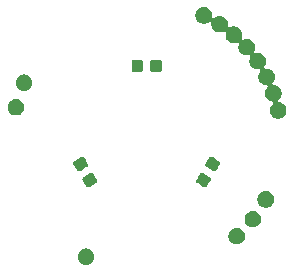
<source format=gbr>
G04 #@! TF.GenerationSoftware,KiCad,Pcbnew,5.0.2-bee76a0~70~ubuntu18.04.1*
G04 #@! TF.CreationDate,2019-07-03T17:26:22+02:00*
G04 #@! TF.ProjectId,lower_Sensor,6c6f7765-725f-4536-956e-736f722e6b69,rev?*
G04 #@! TF.SameCoordinates,Original*
G04 #@! TF.FileFunction,Soldermask,Top*
G04 #@! TF.FilePolarity,Negative*
%FSLAX46Y46*%
G04 Gerber Fmt 4.6, Leading zero omitted, Abs format (unit mm)*
G04 Created by KiCad (PCBNEW 5.0.2-bee76a0~70~ubuntu18.04.1) date Mi 03 Jul 2019 17:26:22 CEST*
%MOMM*%
%LPD*%
G01*
G04 APERTURE LIST*
%ADD10C,0.100000*%
G04 APERTURE END LIST*
D10*
G36*
X105068372Y-89485778D02*
X105195949Y-89538622D01*
X105310765Y-89615340D01*
X105408400Y-89712975D01*
X105485118Y-89827791D01*
X105537962Y-89955368D01*
X105564900Y-90090796D01*
X105564900Y-90228884D01*
X105537962Y-90364312D01*
X105485118Y-90491889D01*
X105408400Y-90606705D01*
X105310765Y-90704340D01*
X105195949Y-90781058D01*
X105068372Y-90833902D01*
X104932944Y-90860840D01*
X104794856Y-90860840D01*
X104659428Y-90833902D01*
X104531851Y-90781058D01*
X104417035Y-90704340D01*
X104319400Y-90606705D01*
X104242682Y-90491889D01*
X104189838Y-90364312D01*
X104162900Y-90228884D01*
X104162900Y-90090796D01*
X104189838Y-89955368D01*
X104242682Y-89827791D01*
X104319400Y-89712975D01*
X104417035Y-89615340D01*
X104531851Y-89538622D01*
X104659428Y-89485778D01*
X104794856Y-89458840D01*
X104932944Y-89458840D01*
X105068372Y-89485778D01*
X105068372Y-89485778D01*
G37*
G36*
X117831872Y-87745878D02*
X117959449Y-87798722D01*
X118074265Y-87875440D01*
X118171900Y-87973075D01*
X118248618Y-88087891D01*
X118301462Y-88215468D01*
X118328400Y-88350896D01*
X118328400Y-88488984D01*
X118301462Y-88624412D01*
X118248618Y-88751989D01*
X118171900Y-88866805D01*
X118074265Y-88964440D01*
X117959449Y-89041158D01*
X117831872Y-89094002D01*
X117696444Y-89120940D01*
X117558356Y-89120940D01*
X117422928Y-89094002D01*
X117295351Y-89041158D01*
X117180535Y-88964440D01*
X117082900Y-88866805D01*
X117006182Y-88751989D01*
X116953338Y-88624412D01*
X116926400Y-88488984D01*
X116926400Y-88350896D01*
X116953338Y-88215468D01*
X117006182Y-88087891D01*
X117082900Y-87973075D01*
X117180535Y-87875440D01*
X117295351Y-87798722D01*
X117422928Y-87745878D01*
X117558356Y-87718940D01*
X117696444Y-87718940D01*
X117831872Y-87745878D01*
X117831872Y-87745878D01*
G37*
G36*
X119193312Y-86310778D02*
X119320889Y-86363622D01*
X119435705Y-86440340D01*
X119533340Y-86537975D01*
X119610058Y-86652791D01*
X119662902Y-86780368D01*
X119689840Y-86915796D01*
X119689840Y-87053884D01*
X119662902Y-87189312D01*
X119610058Y-87316889D01*
X119533340Y-87431705D01*
X119435705Y-87529340D01*
X119320889Y-87606058D01*
X119193312Y-87658902D01*
X119057884Y-87685840D01*
X118919796Y-87685840D01*
X118784368Y-87658902D01*
X118656791Y-87606058D01*
X118541975Y-87529340D01*
X118444340Y-87431705D01*
X118367622Y-87316889D01*
X118314778Y-87189312D01*
X118287840Y-87053884D01*
X118287840Y-86915796D01*
X118314778Y-86780368D01*
X118367622Y-86652791D01*
X118444340Y-86537975D01*
X118541975Y-86440340D01*
X118656791Y-86363622D01*
X118784368Y-86310778D01*
X118919796Y-86283840D01*
X119057884Y-86283840D01*
X119193312Y-86310778D01*
X119193312Y-86310778D01*
G37*
G36*
X120282972Y-84629298D02*
X120410549Y-84682142D01*
X120525365Y-84758860D01*
X120623000Y-84856495D01*
X120699718Y-84971311D01*
X120752562Y-85098888D01*
X120779500Y-85234316D01*
X120779500Y-85372404D01*
X120752562Y-85507832D01*
X120699718Y-85635409D01*
X120623000Y-85750225D01*
X120525365Y-85847860D01*
X120410549Y-85924578D01*
X120282972Y-85977422D01*
X120147544Y-86004360D01*
X120009456Y-86004360D01*
X119874028Y-85977422D01*
X119746451Y-85924578D01*
X119631635Y-85847860D01*
X119534000Y-85750225D01*
X119457282Y-85635409D01*
X119404438Y-85507832D01*
X119377500Y-85372404D01*
X119377500Y-85234316D01*
X119404438Y-85098888D01*
X119457282Y-84971311D01*
X119534000Y-84856495D01*
X119631635Y-84758860D01*
X119746451Y-84682142D01*
X119874028Y-84629298D01*
X120009456Y-84602360D01*
X120147544Y-84602360D01*
X120282972Y-84629298D01*
X120282972Y-84629298D01*
G37*
G36*
X105389240Y-83069245D02*
X105422466Y-83081750D01*
X105452628Y-83100507D01*
X105478545Y-83124781D01*
X105502822Y-83158659D01*
X105530997Y-83207460D01*
X105531003Y-83207468D01*
X105775253Y-83630522D01*
X105775256Y-83630529D01*
X105803432Y-83679331D01*
X105820633Y-83717293D01*
X105828698Y-83751881D01*
X105829859Y-83787367D01*
X105824074Y-83822411D01*
X105811569Y-83855637D01*
X105792812Y-83885799D01*
X105768538Y-83911716D01*
X105734660Y-83935993D01*
X105685859Y-83964168D01*
X105685851Y-83964174D01*
X105197845Y-84245924D01*
X105197838Y-84245927D01*
X105149036Y-84274103D01*
X105111074Y-84291304D01*
X105076486Y-84299369D01*
X105041000Y-84300530D01*
X105005956Y-84294745D01*
X104972730Y-84282240D01*
X104942568Y-84263483D01*
X104916651Y-84239209D01*
X104892374Y-84205331D01*
X104864199Y-84156530D01*
X104864193Y-84156522D01*
X104619943Y-83733468D01*
X104619940Y-83733461D01*
X104591764Y-83684659D01*
X104574563Y-83646697D01*
X104566498Y-83612109D01*
X104565337Y-83576623D01*
X104571122Y-83541579D01*
X104583627Y-83508353D01*
X104602384Y-83478191D01*
X104626658Y-83452274D01*
X104660536Y-83427997D01*
X104709337Y-83399822D01*
X104709345Y-83399816D01*
X105197351Y-83118066D01*
X105197358Y-83118063D01*
X105246160Y-83089887D01*
X105284122Y-83072686D01*
X105318710Y-83064621D01*
X105354196Y-83063460D01*
X105389240Y-83069245D01*
X105389240Y-83069245D01*
G37*
G36*
X114681290Y-83064621D02*
X114715878Y-83072686D01*
X114753840Y-83089887D01*
X114802642Y-83118063D01*
X114802649Y-83118066D01*
X115290655Y-83399816D01*
X115290663Y-83399822D01*
X115339464Y-83427997D01*
X115373342Y-83452274D01*
X115397616Y-83478191D01*
X115416373Y-83508353D01*
X115428878Y-83541579D01*
X115434663Y-83576623D01*
X115433502Y-83612109D01*
X115425437Y-83646697D01*
X115408236Y-83684659D01*
X115380060Y-83733461D01*
X115380057Y-83733468D01*
X115135807Y-84156522D01*
X115135801Y-84156530D01*
X115107626Y-84205331D01*
X115083349Y-84239209D01*
X115057432Y-84263483D01*
X115027270Y-84282240D01*
X114994044Y-84294745D01*
X114959000Y-84300530D01*
X114923514Y-84299369D01*
X114888926Y-84291304D01*
X114850964Y-84274103D01*
X114802162Y-84245927D01*
X114802155Y-84245924D01*
X114314149Y-83964174D01*
X114314141Y-83964168D01*
X114265340Y-83935993D01*
X114231462Y-83911716D01*
X114207188Y-83885799D01*
X114188431Y-83855637D01*
X114175926Y-83822411D01*
X114170141Y-83787367D01*
X114171302Y-83751881D01*
X114179367Y-83717293D01*
X114196568Y-83679331D01*
X114224744Y-83630529D01*
X114224747Y-83630522D01*
X114468997Y-83207468D01*
X114469003Y-83207460D01*
X114497178Y-83158659D01*
X114521455Y-83124781D01*
X114547372Y-83100507D01*
X114577534Y-83081750D01*
X114610760Y-83069245D01*
X114645804Y-83063460D01*
X114681290Y-83064621D01*
X114681290Y-83064621D01*
G37*
G36*
X104601740Y-81705255D02*
X104634966Y-81717760D01*
X104665128Y-81736517D01*
X104691045Y-81760791D01*
X104715322Y-81794669D01*
X104743497Y-81843470D01*
X104743503Y-81843478D01*
X104987753Y-82266532D01*
X104987756Y-82266539D01*
X105015932Y-82315341D01*
X105033133Y-82353303D01*
X105041198Y-82387891D01*
X105042359Y-82423377D01*
X105036574Y-82458421D01*
X105024069Y-82491647D01*
X105005312Y-82521809D01*
X104981038Y-82547726D01*
X104947160Y-82572003D01*
X104898359Y-82600178D01*
X104898351Y-82600184D01*
X104410345Y-82881934D01*
X104410338Y-82881937D01*
X104361536Y-82910113D01*
X104323574Y-82927314D01*
X104288986Y-82935379D01*
X104253500Y-82936540D01*
X104218456Y-82930755D01*
X104185230Y-82918250D01*
X104155068Y-82899493D01*
X104129151Y-82875219D01*
X104104874Y-82841341D01*
X104076699Y-82792540D01*
X104076693Y-82792532D01*
X103832443Y-82369478D01*
X103832440Y-82369471D01*
X103804264Y-82320669D01*
X103787063Y-82282707D01*
X103778998Y-82248119D01*
X103777837Y-82212633D01*
X103783622Y-82177589D01*
X103796127Y-82144363D01*
X103814884Y-82114201D01*
X103839158Y-82088284D01*
X103873036Y-82064007D01*
X103921837Y-82035832D01*
X103921845Y-82035826D01*
X104409851Y-81754076D01*
X104409858Y-81754073D01*
X104458660Y-81725897D01*
X104496622Y-81708696D01*
X104531210Y-81700631D01*
X104566696Y-81699470D01*
X104601740Y-81705255D01*
X104601740Y-81705255D01*
G37*
G36*
X115468790Y-81700631D02*
X115503378Y-81708696D01*
X115541340Y-81725897D01*
X115590142Y-81754073D01*
X115590149Y-81754076D01*
X116078155Y-82035826D01*
X116078163Y-82035832D01*
X116126964Y-82064007D01*
X116160842Y-82088284D01*
X116185116Y-82114201D01*
X116203873Y-82144363D01*
X116216378Y-82177589D01*
X116222163Y-82212633D01*
X116221002Y-82248119D01*
X116212937Y-82282707D01*
X116195736Y-82320669D01*
X116167560Y-82369471D01*
X116167557Y-82369478D01*
X115923307Y-82792532D01*
X115923301Y-82792540D01*
X115895126Y-82841341D01*
X115870849Y-82875219D01*
X115844932Y-82899493D01*
X115814770Y-82918250D01*
X115781544Y-82930755D01*
X115746500Y-82936540D01*
X115711014Y-82935379D01*
X115676426Y-82927314D01*
X115638464Y-82910113D01*
X115589662Y-82881937D01*
X115589655Y-82881934D01*
X115101649Y-82600184D01*
X115101641Y-82600178D01*
X115052840Y-82572003D01*
X115018962Y-82547726D01*
X114994688Y-82521809D01*
X114975931Y-82491647D01*
X114963426Y-82458421D01*
X114957641Y-82423377D01*
X114958802Y-82387891D01*
X114966867Y-82353303D01*
X114984068Y-82315341D01*
X115012244Y-82266539D01*
X115012247Y-82266532D01*
X115256497Y-81843478D01*
X115256503Y-81843470D01*
X115284678Y-81794669D01*
X115308955Y-81760791D01*
X115334872Y-81736517D01*
X115365034Y-81717760D01*
X115398260Y-81705255D01*
X115433304Y-81699470D01*
X115468790Y-81700631D01*
X115468790Y-81700631D01*
G37*
G36*
X115040412Y-69051478D02*
X115167989Y-69104322D01*
X115282805Y-69181040D01*
X115380440Y-69278675D01*
X115457158Y-69393491D01*
X115510002Y-69521068D01*
X115536940Y-69656496D01*
X115536940Y-69794585D01*
X115534662Y-69806038D01*
X115532260Y-69830424D01*
X115534662Y-69854810D01*
X115541775Y-69878259D01*
X115553327Y-69899870D01*
X115568872Y-69918812D01*
X115587815Y-69934357D01*
X115609426Y-69945908D01*
X115632875Y-69953021D01*
X115657261Y-69955423D01*
X115681647Y-69953021D01*
X115705096Y-69945908D01*
X115726706Y-69934357D01*
X115839931Y-69858702D01*
X115967508Y-69805858D01*
X116102936Y-69778920D01*
X116241024Y-69778920D01*
X116376452Y-69805858D01*
X116504029Y-69858702D01*
X116618845Y-69935420D01*
X116716480Y-70033055D01*
X116793198Y-70147871D01*
X116846042Y-70275448D01*
X116872980Y-70410876D01*
X116872980Y-70548964D01*
X116859676Y-70615848D01*
X116857274Y-70640234D01*
X116859676Y-70664620D01*
X116866789Y-70688070D01*
X116878340Y-70709680D01*
X116893886Y-70728622D01*
X116912828Y-70744168D01*
X116934439Y-70755719D01*
X116957888Y-70762832D01*
X116982274Y-70765234D01*
X117006660Y-70762832D01*
X117030110Y-70755719D01*
X117040554Y-70750137D01*
X117046431Y-70747703D01*
X117046432Y-70747702D01*
X117174006Y-70694859D01*
X117174005Y-70694859D01*
X117174008Y-70694858D01*
X117309436Y-70667920D01*
X117447524Y-70667920D01*
X117582952Y-70694858D01*
X117710529Y-70747702D01*
X117825345Y-70824420D01*
X117922980Y-70922055D01*
X117999698Y-71036871D01*
X118052542Y-71164448D01*
X118079480Y-71299876D01*
X118079480Y-71437964D01*
X118052542Y-71573391D01*
X118039367Y-71605199D01*
X118032254Y-71628648D01*
X118029852Y-71653034D01*
X118032254Y-71677421D01*
X118039367Y-71700870D01*
X118050918Y-71722481D01*
X118066463Y-71741423D01*
X118085405Y-71756968D01*
X118107016Y-71768520D01*
X118130465Y-71775633D01*
X118154851Y-71778035D01*
X118179238Y-71775633D01*
X118202687Y-71768520D01*
X118256046Y-71746418D01*
X118391476Y-71719480D01*
X118529564Y-71719480D01*
X118664992Y-71746418D01*
X118792569Y-71799262D01*
X118907385Y-71875980D01*
X119005020Y-71973615D01*
X119081738Y-72088431D01*
X119134582Y-72216008D01*
X119161520Y-72351436D01*
X119161520Y-72489524D01*
X119134582Y-72624954D01*
X119079702Y-72757446D01*
X119072589Y-72780895D01*
X119070187Y-72805281D01*
X119072589Y-72829667D01*
X119079702Y-72853117D01*
X119091253Y-72874727D01*
X119106799Y-72893669D01*
X119125741Y-72909215D01*
X119147352Y-72920766D01*
X119170801Y-72927879D01*
X119195187Y-72930281D01*
X119219573Y-72927879D01*
X119331276Y-72905660D01*
X119469364Y-72905660D01*
X119604792Y-72932598D01*
X119732369Y-72985442D01*
X119847185Y-73062160D01*
X119944820Y-73159795D01*
X120021538Y-73274611D01*
X120074382Y-73402188D01*
X120101320Y-73537616D01*
X120101320Y-73675704D01*
X120074382Y-73811132D01*
X120021538Y-73938709D01*
X119948630Y-74047823D01*
X119937079Y-74069433D01*
X119929966Y-74092883D01*
X119927564Y-74117269D01*
X119929966Y-74141655D01*
X119937079Y-74165104D01*
X119948630Y-74186715D01*
X119964176Y-74205657D01*
X119983118Y-74221203D01*
X120004728Y-74232754D01*
X120028178Y-74239867D01*
X120052564Y-74242269D01*
X120076948Y-74239868D01*
X120093278Y-74236620D01*
X120231364Y-74236620D01*
X120366792Y-74263558D01*
X120494369Y-74316402D01*
X120609185Y-74393120D01*
X120706820Y-74490755D01*
X120783538Y-74605571D01*
X120836382Y-74733148D01*
X120863320Y-74868576D01*
X120863320Y-75006664D01*
X120836382Y-75142092D01*
X120783538Y-75269669D01*
X120706820Y-75384485D01*
X120691393Y-75399912D01*
X120675847Y-75418854D01*
X120664296Y-75440465D01*
X120657183Y-75463914D01*
X120654781Y-75488300D01*
X120657183Y-75512686D01*
X120664296Y-75536135D01*
X120675847Y-75557746D01*
X120691393Y-75576688D01*
X120710335Y-75592234D01*
X120731946Y-75603785D01*
X120755395Y-75610898D01*
X120779781Y-75613300D01*
X120800324Y-75613300D01*
X120935752Y-75640238D01*
X121063329Y-75693082D01*
X121178145Y-75769800D01*
X121275780Y-75867435D01*
X121352498Y-75982251D01*
X121405342Y-76109828D01*
X121432280Y-76245256D01*
X121432280Y-76383344D01*
X121405342Y-76518772D01*
X121352498Y-76646349D01*
X121275780Y-76761165D01*
X121172736Y-76864209D01*
X121157190Y-76883151D01*
X121145639Y-76904762D01*
X121138526Y-76928211D01*
X121136124Y-76952597D01*
X121138526Y-76976983D01*
X121145639Y-77000432D01*
X121157190Y-77022043D01*
X121172736Y-77040985D01*
X121191678Y-77056531D01*
X121213289Y-77068082D01*
X121236738Y-77075195D01*
X121339611Y-77095658D01*
X121339613Y-77095659D01*
X121339614Y-77095659D01*
X121367083Y-77107037D01*
X121467189Y-77148502D01*
X121582005Y-77225220D01*
X121679640Y-77322855D01*
X121756358Y-77437671D01*
X121809202Y-77565248D01*
X121836140Y-77700676D01*
X121836140Y-77838764D01*
X121809202Y-77974192D01*
X121756358Y-78101769D01*
X121679640Y-78216585D01*
X121582005Y-78314220D01*
X121467189Y-78390938D01*
X121339612Y-78443782D01*
X121204184Y-78470720D01*
X121066096Y-78470720D01*
X120930668Y-78443782D01*
X120803091Y-78390938D01*
X120688275Y-78314220D01*
X120590640Y-78216585D01*
X120513922Y-78101769D01*
X120461078Y-77974192D01*
X120434140Y-77838764D01*
X120434140Y-77700676D01*
X120461078Y-77565248D01*
X120513922Y-77437671D01*
X120590640Y-77322855D01*
X120693684Y-77219811D01*
X120709230Y-77200869D01*
X120720781Y-77179258D01*
X120727894Y-77155809D01*
X120730296Y-77131423D01*
X120727894Y-77107037D01*
X120720781Y-77083588D01*
X120709230Y-77061977D01*
X120693684Y-77043035D01*
X120674742Y-77027489D01*
X120653131Y-77015938D01*
X120629682Y-77008825D01*
X120526809Y-76988362D01*
X120526807Y-76988361D01*
X120526806Y-76988361D01*
X120479682Y-76968841D01*
X120399231Y-76935518D01*
X120284415Y-76858800D01*
X120186780Y-76761165D01*
X120110062Y-76646349D01*
X120057218Y-76518772D01*
X120030280Y-76383344D01*
X120030280Y-76245256D01*
X120057218Y-76109828D01*
X120110062Y-75982251D01*
X120186780Y-75867435D01*
X120202207Y-75852008D01*
X120217753Y-75833066D01*
X120229304Y-75811455D01*
X120236417Y-75788006D01*
X120238819Y-75763620D01*
X120236417Y-75739234D01*
X120229304Y-75715785D01*
X120217753Y-75694174D01*
X120202207Y-75675232D01*
X120183265Y-75659686D01*
X120161654Y-75648135D01*
X120138205Y-75641022D01*
X120113819Y-75638620D01*
X120093276Y-75638620D01*
X119957848Y-75611682D01*
X119830271Y-75558838D01*
X119715455Y-75482120D01*
X119617820Y-75384485D01*
X119541102Y-75269669D01*
X119488258Y-75142092D01*
X119461320Y-75006664D01*
X119461320Y-74868576D01*
X119488258Y-74733148D01*
X119541102Y-74605571D01*
X119614010Y-74496457D01*
X119625561Y-74474847D01*
X119632674Y-74451397D01*
X119635076Y-74427011D01*
X119632674Y-74402625D01*
X119625561Y-74379176D01*
X119614010Y-74357565D01*
X119598464Y-74338623D01*
X119579522Y-74323077D01*
X119557912Y-74311526D01*
X119534462Y-74304413D01*
X119510076Y-74302011D01*
X119485692Y-74304412D01*
X119469362Y-74307660D01*
X119331276Y-74307660D01*
X119195848Y-74280722D01*
X119068271Y-74227878D01*
X118953455Y-74151160D01*
X118855820Y-74053525D01*
X118779102Y-73938709D01*
X118726258Y-73811132D01*
X118699320Y-73675704D01*
X118699320Y-73537616D01*
X118726258Y-73402186D01*
X118781138Y-73269694D01*
X118788251Y-73246245D01*
X118790653Y-73221859D01*
X118788251Y-73197473D01*
X118781138Y-73174023D01*
X118769587Y-73152413D01*
X118754041Y-73133471D01*
X118735099Y-73117925D01*
X118713488Y-73106374D01*
X118690039Y-73099261D01*
X118665653Y-73096859D01*
X118641267Y-73099261D01*
X118529564Y-73121480D01*
X118391476Y-73121480D01*
X118256048Y-73094542D01*
X118128471Y-73041698D01*
X118013655Y-72964980D01*
X117916020Y-72867345D01*
X117839302Y-72752529D01*
X117786458Y-72624952D01*
X117759520Y-72489524D01*
X117759520Y-72351436D01*
X117786458Y-72216009D01*
X117799633Y-72184201D01*
X117806746Y-72160752D01*
X117809148Y-72136366D01*
X117806746Y-72111979D01*
X117799633Y-72088530D01*
X117788082Y-72066919D01*
X117772537Y-72047977D01*
X117753595Y-72032432D01*
X117731984Y-72020880D01*
X117708535Y-72013767D01*
X117684149Y-72011365D01*
X117659762Y-72013767D01*
X117636313Y-72020880D01*
X117582954Y-72042982D01*
X117447524Y-72069920D01*
X117309436Y-72069920D01*
X117174008Y-72042982D01*
X117046431Y-71990138D01*
X116931615Y-71913420D01*
X116833980Y-71815785D01*
X116757262Y-71700969D01*
X116704418Y-71573392D01*
X116677480Y-71437964D01*
X116677480Y-71299876D01*
X116690784Y-71232992D01*
X116693186Y-71208606D01*
X116690784Y-71184220D01*
X116683671Y-71160770D01*
X116672120Y-71139160D01*
X116656574Y-71120218D01*
X116637632Y-71104672D01*
X116616021Y-71093121D01*
X116592572Y-71086008D01*
X116568186Y-71083606D01*
X116543800Y-71086008D01*
X116520350Y-71093121D01*
X116509906Y-71098703D01*
X116504029Y-71101137D01*
X116504028Y-71101138D01*
X116495496Y-71104672D01*
X116376452Y-71153982D01*
X116241024Y-71180920D01*
X116102936Y-71180920D01*
X115967508Y-71153982D01*
X115839931Y-71101138D01*
X115725115Y-71024420D01*
X115627480Y-70926785D01*
X115550762Y-70811969D01*
X115497918Y-70684392D01*
X115470980Y-70548964D01*
X115470980Y-70410875D01*
X115473258Y-70399422D01*
X115475660Y-70375036D01*
X115473258Y-70350650D01*
X115466145Y-70327201D01*
X115454593Y-70305590D01*
X115439048Y-70286648D01*
X115420105Y-70271103D01*
X115398494Y-70259552D01*
X115375045Y-70252439D01*
X115350659Y-70250037D01*
X115326273Y-70252439D01*
X115302824Y-70259552D01*
X115281214Y-70271103D01*
X115167989Y-70346758D01*
X115040412Y-70399602D01*
X114904984Y-70426540D01*
X114766896Y-70426540D01*
X114631468Y-70399602D01*
X114503891Y-70346758D01*
X114389075Y-70270040D01*
X114291440Y-70172405D01*
X114214722Y-70057589D01*
X114161878Y-69930012D01*
X114134940Y-69794584D01*
X114134940Y-69656496D01*
X114161878Y-69521068D01*
X114214722Y-69393491D01*
X114291440Y-69278675D01*
X114389075Y-69181040D01*
X114503891Y-69104322D01*
X114631468Y-69051478D01*
X114766896Y-69024540D01*
X114904984Y-69024540D01*
X115040412Y-69051478D01*
X115040412Y-69051478D01*
G37*
G36*
X99132392Y-76831498D02*
X99259969Y-76884342D01*
X99374785Y-76961060D01*
X99472420Y-77058695D01*
X99549138Y-77173511D01*
X99601982Y-77301088D01*
X99628920Y-77436516D01*
X99628920Y-77574604D01*
X99601982Y-77710032D01*
X99549138Y-77837609D01*
X99472420Y-77952425D01*
X99374785Y-78050060D01*
X99259969Y-78126778D01*
X99132392Y-78179622D01*
X98996964Y-78206560D01*
X98858876Y-78206560D01*
X98723448Y-78179622D01*
X98595871Y-78126778D01*
X98481055Y-78050060D01*
X98383420Y-77952425D01*
X98306702Y-77837609D01*
X98253858Y-77710032D01*
X98226920Y-77574604D01*
X98226920Y-77436516D01*
X98253858Y-77301088D01*
X98306702Y-77173511D01*
X98383420Y-77058695D01*
X98481055Y-76961060D01*
X98595871Y-76884342D01*
X98723448Y-76831498D01*
X98858876Y-76804560D01*
X98996964Y-76804560D01*
X99132392Y-76831498D01*
X99132392Y-76831498D01*
G37*
G36*
X99815652Y-74756318D02*
X99943229Y-74809162D01*
X100058045Y-74885880D01*
X100155680Y-74983515D01*
X100232398Y-75098331D01*
X100285242Y-75225908D01*
X100312180Y-75361336D01*
X100312180Y-75499424D01*
X100285242Y-75634852D01*
X100232398Y-75762429D01*
X100155680Y-75877245D01*
X100058045Y-75974880D01*
X99943229Y-76051598D01*
X99815652Y-76104442D01*
X99680224Y-76131380D01*
X99542136Y-76131380D01*
X99406708Y-76104442D01*
X99279131Y-76051598D01*
X99164315Y-75974880D01*
X99066680Y-75877245D01*
X98989962Y-75762429D01*
X98937118Y-75634852D01*
X98910180Y-75499424D01*
X98910180Y-75361336D01*
X98937118Y-75225908D01*
X98989962Y-75098331D01*
X99066680Y-74983515D01*
X99164315Y-74885880D01*
X99279131Y-74809162D01*
X99406708Y-74756318D01*
X99542136Y-74729380D01*
X99680224Y-74729380D01*
X99815652Y-74756318D01*
X99815652Y-74756318D01*
G37*
G36*
X109554591Y-73478085D02*
X109588569Y-73488393D01*
X109619887Y-73505133D01*
X109647339Y-73527661D01*
X109669867Y-73555113D01*
X109686607Y-73586431D01*
X109696915Y-73620409D01*
X109701000Y-73661890D01*
X109701000Y-74338110D01*
X109696915Y-74379591D01*
X109686607Y-74413569D01*
X109669867Y-74444887D01*
X109647339Y-74472339D01*
X109619887Y-74494867D01*
X109588569Y-74511607D01*
X109554591Y-74521915D01*
X109513110Y-74526000D01*
X108911890Y-74526000D01*
X108870409Y-74521915D01*
X108836431Y-74511607D01*
X108805113Y-74494867D01*
X108777661Y-74472339D01*
X108755133Y-74444887D01*
X108738393Y-74413569D01*
X108728085Y-74379591D01*
X108724000Y-74338110D01*
X108724000Y-73661890D01*
X108728085Y-73620409D01*
X108738393Y-73586431D01*
X108755133Y-73555113D01*
X108777661Y-73527661D01*
X108805113Y-73505133D01*
X108836431Y-73488393D01*
X108870409Y-73478085D01*
X108911890Y-73474000D01*
X109513110Y-73474000D01*
X109554591Y-73478085D01*
X109554591Y-73478085D01*
G37*
G36*
X111129591Y-73478085D02*
X111163569Y-73488393D01*
X111194887Y-73505133D01*
X111222339Y-73527661D01*
X111244867Y-73555113D01*
X111261607Y-73586431D01*
X111271915Y-73620409D01*
X111276000Y-73661890D01*
X111276000Y-74338110D01*
X111271915Y-74379591D01*
X111261607Y-74413569D01*
X111244867Y-74444887D01*
X111222339Y-74472339D01*
X111194887Y-74494867D01*
X111163569Y-74511607D01*
X111129591Y-74521915D01*
X111088110Y-74526000D01*
X110486890Y-74526000D01*
X110445409Y-74521915D01*
X110411431Y-74511607D01*
X110380113Y-74494867D01*
X110352661Y-74472339D01*
X110330133Y-74444887D01*
X110313393Y-74413569D01*
X110303085Y-74379591D01*
X110299000Y-74338110D01*
X110299000Y-73661890D01*
X110303085Y-73620409D01*
X110313393Y-73586431D01*
X110330133Y-73555113D01*
X110352661Y-73527661D01*
X110380113Y-73505133D01*
X110411431Y-73488393D01*
X110445409Y-73478085D01*
X110486890Y-73474000D01*
X111088110Y-73474000D01*
X111129591Y-73478085D01*
X111129591Y-73478085D01*
G37*
M02*

</source>
